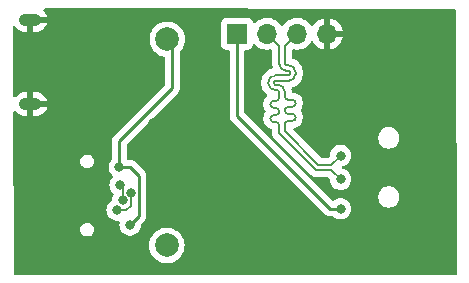
<source format=gbr>
%TF.GenerationSoftware,KiCad,Pcbnew,7.0.1*%
%TF.CreationDate,2024-02-20T00:17:48-05:00*%
%TF.ProjectId,usb test board,75736220-7465-4737-9420-626f6172642e,rev?*%
%TF.SameCoordinates,Original*%
%TF.FileFunction,Copper,L2,Bot*%
%TF.FilePolarity,Positive*%
%FSLAX46Y46*%
G04 Gerber Fmt 4.6, Leading zero omitted, Abs format (unit mm)*
G04 Created by KiCad (PCBNEW 7.0.1) date 2024-02-20 00:17:48*
%MOMM*%
%LPD*%
G01*
G04 APERTURE LIST*
%TA.AperFunction,ComponentPad*%
%ADD10C,2.000000*%
%TD*%
%TA.AperFunction,ComponentPad*%
%ADD11R,1.700000X1.700000*%
%TD*%
%TA.AperFunction,ComponentPad*%
%ADD12O,1.700000X1.700000*%
%TD*%
%TA.AperFunction,ComponentPad*%
%ADD13O,1.900000X1.050000*%
%TD*%
%TA.AperFunction,ViaPad*%
%ADD14C,0.800000*%
%TD*%
%TA.AperFunction,Conductor*%
%ADD15C,0.200000*%
%TD*%
%TA.AperFunction,Conductor*%
%ADD16C,0.250000*%
%TD*%
G04 APERTURE END LIST*
D10*
%TO.P,J3,1,Pin_1*%
%TO.N,/VCC_5V*%
X99400000Y-92020000D03*
%TD*%
%TO.P,J4,1,Pin_1*%
%TO.N,/5V*%
X99350000Y-109480000D03*
%TD*%
D11*
%TO.P,J1,1,Pin_1*%
%TO.N,/5V*%
X105299000Y-91551000D03*
D12*
%TO.P,J1,2,Pin_2*%
%TO.N,/DN*%
X107839000Y-91551000D03*
%TO.P,J1,3,Pin_3*%
%TO.N,/DP*%
X110379000Y-91551000D03*
%TO.P,J1,4,Pin_4*%
%TO.N,GND*%
X112919000Y-91551000D03*
%TD*%
D13*
%TO.P,J6,6,Shield*%
%TO.N,GND*%
X87802000Y-90366000D03*
X87802000Y-97516000D03*
%TD*%
D14*
%TO.N,/DN*%
X114065000Y-103873000D03*
X95400000Y-104350999D03*
X95615942Y-105657977D03*
%TO.N,/DP*%
X95141976Y-106480723D03*
X96300500Y-105000001D03*
%TO.N,GND*%
X104165000Y-99196000D03*
X122972000Y-92261000D03*
X105321000Y-105071000D03*
X123044000Y-94091000D03*
X121671000Y-111260000D03*
X117024000Y-90166000D03*
X122948000Y-97992000D03*
X87189000Y-100039000D03*
X93956000Y-97221000D03*
X121984000Y-90214000D03*
X109800000Y-105071000D03*
X98218000Y-99123000D03*
X87285000Y-101748000D03*
X122972000Y-104758000D03*
X102359000Y-99172000D03*
X122996000Y-102687000D03*
X96250000Y-109425000D03*
X93739000Y-90190000D03*
X123020000Y-100327000D03*
X119769000Y-90190000D03*
X102359000Y-96378000D03*
X95737000Y-90262000D03*
X87261000Y-103530000D03*
X122948000Y-110489000D03*
X93932000Y-95825000D03*
X87189000Y-108394000D03*
X96243000Y-111139000D03*
X110113000Y-111236000D03*
X87021000Y-111091000D03*
X100385000Y-99148000D03*
X123020000Y-95752000D03*
X122924000Y-108033000D03*
X114065000Y-99373000D03*
X112040000Y-111212000D03*
X100650000Y-105023000D03*
X87165000Y-106058000D03*
%TO.N,/5V*%
X114065000Y-106373000D03*
%TO.N,/VCC_5V*%
X95332000Y-102833000D03*
X96250000Y-107750000D03*
%TO.N,/DP*%
X114065000Y-101873000D03*
%TD*%
D15*
%TO.N,/DN*%
X113290001Y-103098001D02*
X114065000Y-103873000D01*
X111999801Y-103098001D02*
X113290001Y-103098001D01*
X108883999Y-99982199D02*
X111999801Y-103098001D01*
X108883999Y-99340000D02*
X108883999Y-99982199D01*
X108883999Y-96449934D02*
X108883999Y-96940000D01*
X107959139Y-95649932D02*
X107959139Y-95750076D01*
X109458929Y-95075002D02*
X108534069Y-95075002D01*
X109683931Y-95075002D02*
X109458929Y-95075002D01*
X109808859Y-94799858D02*
X109808859Y-94950074D01*
X109458929Y-94674930D02*
X109683931Y-94674930D01*
X108883999Y-92595999D02*
X108883999Y-94100000D01*
X107839000Y-91551000D02*
X108883999Y-92595999D01*
X108426457Y-97840000D02*
X108583999Y-97840000D01*
X108884000Y-99340000D02*
G75*
G03*
X108583999Y-99040000I-300000J0D01*
G01*
X108126500Y-98740000D02*
G75*
G03*
X108426457Y-99040000I300000J0D01*
G01*
X108583999Y-98440000D02*
X108426457Y-98440000D01*
X108426457Y-98439957D02*
G75*
G03*
X108126457Y-98740000I43J-300043D01*
G01*
X108583999Y-98439999D02*
G75*
G03*
X108883999Y-98140000I1J299999D01*
G01*
X108884000Y-98140000D02*
G75*
G03*
X108583999Y-97840000I-300000J0D01*
G01*
X108126500Y-97540000D02*
G75*
G03*
X108426457Y-97840000I300000J0D01*
G01*
X108426457Y-99040000D02*
X108583999Y-99040000D01*
X108883994Y-96449934D02*
G75*
G03*
X108759071Y-96325006I-124894J34D01*
G01*
X108534069Y-95074939D02*
G75*
G03*
X107959139Y-95649932I31J-574961D01*
G01*
X108583999Y-97240000D02*
X108426457Y-97240000D01*
X109683931Y-95075059D02*
G75*
G03*
X109808859Y-94950074I-31J124959D01*
G01*
X108534069Y-96325006D02*
X108759071Y-96325006D01*
X108583999Y-97239999D02*
G75*
G03*
X108883999Y-96940000I1J299999D01*
G01*
X109808870Y-94799858D02*
G75*
G03*
X109683931Y-94674930I-124970J-42D01*
G01*
X107959194Y-95750076D02*
G75*
G03*
X108534069Y-96325006I574906J-24D01*
G01*
X108426457Y-97239957D02*
G75*
G03*
X108126457Y-97540000I43J-300043D01*
G01*
X108883970Y-94100000D02*
G75*
G03*
X109458929Y-94674930I574930J0D01*
G01*
%TO.N,/DP*%
X113290001Y-102647999D02*
X114065000Y-101873000D01*
X109334001Y-99795801D02*
X112186199Y-102647999D01*
X109334001Y-99240000D02*
X109334001Y-99795801D01*
X109977946Y-98940000D02*
X109634001Y-98940000D01*
X109634001Y-98340000D02*
X109977946Y-98340000D01*
X109977921Y-97740000D02*
X109634001Y-97740000D01*
X109634001Y-97140000D02*
X109977921Y-97140000D01*
X109334001Y-96500006D02*
X109334001Y-96840000D01*
X109334001Y-96449934D02*
X109334001Y-96500006D01*
X108534069Y-95875004D02*
X108759071Y-95875004D01*
X108409141Y-95649932D02*
X108409141Y-95750076D01*
X109458929Y-95525004D02*
X108534069Y-95525004D01*
X109683931Y-95525004D02*
X109458929Y-95525004D01*
X110258861Y-94799858D02*
X110258861Y-94950074D01*
X110379000Y-91551000D02*
X109334001Y-92595999D01*
X109977946Y-98940046D02*
G75*
G03*
X110277946Y-98640000I-46J300046D01*
G01*
X110277900Y-98640000D02*
G75*
G03*
X109977946Y-98340000I-300000J0D01*
G01*
X109334000Y-98040000D02*
G75*
G03*
X109634001Y-98340000I300000J0D01*
G01*
X112186199Y-102647999D02*
X113290001Y-102647999D01*
X109634001Y-97740001D02*
G75*
G03*
X109334001Y-98040000I-1J-299999D01*
G01*
X109458929Y-94224928D02*
X109683931Y-94224928D01*
X110277900Y-97440000D02*
G75*
G03*
X109977921Y-97140000I-300000J0D01*
G01*
X108409196Y-95750076D02*
G75*
G03*
X108534069Y-95875004I124904J-24D01*
G01*
X109334001Y-92595999D02*
X109334001Y-94100000D01*
X109334000Y-96840000D02*
G75*
G03*
X109634001Y-97140000I300000J0D01*
G01*
X109977921Y-97740021D02*
G75*
G03*
X110277921Y-97440000I-21J300021D01*
G01*
X108534069Y-95524941D02*
G75*
G03*
X108409141Y-95649932I31J-124959D01*
G01*
X109333996Y-96449934D02*
G75*
G03*
X108759071Y-95875004I-574896J34D01*
G01*
X109634001Y-98940001D02*
G75*
G03*
X109334001Y-99240000I-1J-299999D01*
G01*
X110258872Y-94799858D02*
G75*
G03*
X109683931Y-94224928I-574972J-42D01*
G01*
X109333972Y-94100000D02*
G75*
G03*
X109458929Y-94224928I124928J0D01*
G01*
X109683931Y-95525061D02*
G75*
G03*
X110258861Y-94950074I-31J574961D01*
G01*
%TO.N,/DN*%
X95400000Y-104350999D02*
X95615942Y-104566941D01*
X95615942Y-104566941D02*
X95615942Y-105657977D01*
%TO.N,/DP*%
X96300500Y-106124500D02*
X96300500Y-105000001D01*
X95944277Y-106480723D02*
X96300500Y-106124500D01*
X95141976Y-106480723D02*
X95944277Y-106480723D01*
D16*
%TO.N,/5V*%
X113183000Y-106373000D02*
X114065000Y-106373000D01*
X105299000Y-91551000D02*
X105299000Y-98489000D01*
X105299000Y-98489000D02*
X113183000Y-106373000D01*
%TO.N,/VCC_5V*%
X96208000Y-102833000D02*
X95332000Y-102833000D01*
X96975000Y-103600000D02*
X96208000Y-102833000D01*
X96975000Y-107025000D02*
X96975000Y-103600000D01*
X96250000Y-107750000D02*
X96975000Y-107025000D01*
%TO.N,GND*%
X112919000Y-91551000D02*
X112919000Y-98227000D01*
X112919000Y-98227000D02*
X114065000Y-99373000D01*
%TO.N,/VCC_5V*%
X98900000Y-91525000D02*
X99833000Y-92458000D01*
X99833000Y-92458000D02*
X99833000Y-96150000D01*
X95332000Y-100651000D02*
X95332000Y-102833000D01*
X99833000Y-96150000D02*
X95332000Y-100651000D01*
%TD*%
%TA.AperFunction,Conductor*%
%TO.N,GND*%
G36*
X123681611Y-89425950D02*
G01*
X123743426Y-89442486D01*
X123788767Y-89487641D01*
X123805558Y-89549389D01*
X123906429Y-111836939D01*
X123890004Y-111899176D01*
X123844592Y-111944793D01*
X123782430Y-111961500D01*
X86527228Y-111961500D01*
X86465394Y-111944983D01*
X86420033Y-111899832D01*
X86403229Y-111838076D01*
X86399243Y-110980500D01*
X86392269Y-109480000D01*
X97844356Y-109480000D01*
X97864891Y-109727816D01*
X97864891Y-109727819D01*
X97864892Y-109727821D01*
X97925937Y-109968881D01*
X97970960Y-110071523D01*
X98025825Y-110196604D01*
X98025827Y-110196607D01*
X98161836Y-110404785D01*
X98330256Y-110587738D01*
X98330259Y-110587740D01*
X98526485Y-110740470D01*
X98526487Y-110740471D01*
X98526491Y-110740474D01*
X98745190Y-110858828D01*
X98980386Y-110939571D01*
X99225665Y-110980500D01*
X99474335Y-110980500D01*
X99719614Y-110939571D01*
X99954810Y-110858828D01*
X100173509Y-110740474D01*
X100369744Y-110587738D01*
X100538164Y-110404785D01*
X100674173Y-110196607D01*
X100774063Y-109968881D01*
X100835108Y-109727821D01*
X100855643Y-109480000D01*
X100835108Y-109232179D01*
X100774063Y-108991119D01*
X100674173Y-108763393D01*
X100538164Y-108555215D01*
X100369744Y-108372262D01*
X100266927Y-108292236D01*
X100173514Y-108219529D01*
X100173510Y-108219526D01*
X100173509Y-108219526D01*
X99954810Y-108101172D01*
X99954806Y-108101170D01*
X99954805Y-108101170D01*
X99719615Y-108020429D01*
X99474335Y-107979500D01*
X99225665Y-107979500D01*
X98980384Y-108020429D01*
X98745194Y-108101170D01*
X98745190Y-108101171D01*
X98745190Y-108101172D01*
X98657710Y-108148513D01*
X98526485Y-108219529D01*
X98330259Y-108372259D01*
X98330256Y-108372261D01*
X98330256Y-108372262D01*
X98161837Y-108555214D01*
X98025825Y-108763395D01*
X97925938Y-108991117D01*
X97864891Y-109232183D01*
X97844356Y-109480000D01*
X86392269Y-109480000D01*
X86386051Y-108141999D01*
X92028033Y-108141999D01*
X92047812Y-108292235D01*
X92105801Y-108432231D01*
X92105802Y-108432233D01*
X92198049Y-108552451D01*
X92318267Y-108644698D01*
X92458263Y-108702686D01*
X92458264Y-108702687D01*
X92570779Y-108717500D01*
X92570780Y-108717500D01*
X92646220Y-108717500D01*
X92646221Y-108717500D01*
X92702477Y-108710093D01*
X92758736Y-108702687D01*
X92898733Y-108644698D01*
X93018951Y-108552451D01*
X93111198Y-108432233D01*
X93169187Y-108292236D01*
X93188966Y-108142000D01*
X93169187Y-107991764D01*
X93111198Y-107851767D01*
X93018951Y-107731549D01*
X92898733Y-107639302D01*
X92898731Y-107639301D01*
X92758735Y-107581312D01*
X92646221Y-107566500D01*
X92646220Y-107566500D01*
X92570780Y-107566500D01*
X92570779Y-107566500D01*
X92458264Y-107581312D01*
X92318268Y-107639301D01*
X92198049Y-107731549D01*
X92105801Y-107851768D01*
X92047812Y-107991764D01*
X92028033Y-108141999D01*
X86386051Y-108141999D01*
X86378330Y-106480722D01*
X94236516Y-106480722D01*
X94256302Y-106668980D01*
X94314796Y-106849007D01*
X94409442Y-107012939D01*
X94536105Y-107153612D01*
X94689245Y-107264874D01*
X94862173Y-107341867D01*
X95047328Y-107381223D01*
X95249655Y-107381223D01*
X95249655Y-107384531D01*
X95290793Y-107386675D01*
X95344641Y-107421627D01*
X95373794Y-107478822D01*
X95370438Y-107542930D01*
X95364327Y-107561739D01*
X95364326Y-107561741D01*
X95364326Y-107561744D01*
X95346650Y-107729927D01*
X95344540Y-107750000D01*
X95364326Y-107938257D01*
X95422820Y-108118284D01*
X95517466Y-108282216D01*
X95644129Y-108422889D01*
X95797269Y-108534151D01*
X95970197Y-108611144D01*
X96155352Y-108650500D01*
X96155354Y-108650500D01*
X96344646Y-108650500D01*
X96344648Y-108650500D01*
X96468084Y-108624262D01*
X96529803Y-108611144D01*
X96702730Y-108534151D01*
X96843009Y-108432233D01*
X96855870Y-108422889D01*
X96982533Y-108282216D01*
X97077179Y-108118284D01*
X97118288Y-107991764D01*
X97135674Y-107938256D01*
X97153322Y-107770341D01*
X97164720Y-107729927D01*
X97188957Y-107695632D01*
X97358789Y-107525800D01*
X97374885Y-107512906D01*
X97376873Y-107510787D01*
X97376877Y-107510786D01*
X97422948Y-107461723D01*
X97425566Y-107459023D01*
X97445120Y-107439471D01*
X97447581Y-107436298D01*
X97455156Y-107427427D01*
X97485062Y-107395582D01*
X97494712Y-107378027D01*
X97505400Y-107361757D01*
X97517671Y-107345938D01*
X97517673Y-107345936D01*
X97535026Y-107305832D01*
X97540157Y-107295362D01*
X97552176Y-107273500D01*
X97561197Y-107257092D01*
X97566175Y-107237699D01*
X97572481Y-107219282D01*
X97574018Y-107215728D01*
X97580438Y-107200896D01*
X97587272Y-107157745D01*
X97589635Y-107146331D01*
X97600500Y-107104019D01*
X97600500Y-107083984D01*
X97602027Y-107064585D01*
X97605160Y-107044804D01*
X97601050Y-107001325D01*
X97600500Y-106989656D01*
X97600500Y-103682744D01*
X97602764Y-103662237D01*
X97600561Y-103592127D01*
X97600500Y-103588232D01*
X97600500Y-103560653D01*
X97599997Y-103556672D01*
X97599080Y-103545019D01*
X97597709Y-103501373D01*
X97592120Y-103482140D01*
X97588174Y-103463082D01*
X97585664Y-103443206D01*
X97569588Y-103402604D01*
X97565804Y-103391553D01*
X97558152Y-103365216D01*
X97553618Y-103349610D01*
X97543414Y-103332355D01*
X97534861Y-103314895D01*
X97527486Y-103296269D01*
X97527486Y-103296268D01*
X97501808Y-103260925D01*
X97495401Y-103251171D01*
X97473169Y-103213579D01*
X97459006Y-103199416D01*
X97446367Y-103184617D01*
X97434595Y-103168413D01*
X97400941Y-103140573D01*
X97392299Y-103132709D01*
X96708802Y-102449211D01*
X96695906Y-102433113D01*
X96644775Y-102385098D01*
X96641978Y-102382387D01*
X96622470Y-102362879D01*
X96619290Y-102360412D01*
X96610424Y-102352839D01*
X96578582Y-102322938D01*
X96561024Y-102313285D01*
X96544764Y-102302604D01*
X96528936Y-102290327D01*
X96488851Y-102272980D01*
X96478361Y-102267841D01*
X96440091Y-102246802D01*
X96420691Y-102241821D01*
X96402284Y-102235519D01*
X96383897Y-102227562D01*
X96340758Y-102220729D01*
X96329324Y-102218361D01*
X96287019Y-102207500D01*
X96266984Y-102207500D01*
X96247586Y-102205973D01*
X96240162Y-102204797D01*
X96227805Y-102202840D01*
X96227804Y-102202840D01*
X96194751Y-102205964D01*
X96184325Y-102206950D01*
X96172656Y-102207500D01*
X96081500Y-102207500D01*
X96019500Y-102190887D01*
X95974113Y-102145500D01*
X95957500Y-102083500D01*
X95957500Y-100961452D01*
X95966939Y-100913999D01*
X95993819Y-100873771D01*
X98102558Y-98765032D01*
X100216789Y-96650800D01*
X100232885Y-96637906D01*
X100234873Y-96635787D01*
X100234877Y-96635786D01*
X100280948Y-96586723D01*
X100283566Y-96584023D01*
X100303120Y-96564471D01*
X100305581Y-96561298D01*
X100313156Y-96552427D01*
X100343062Y-96520582D01*
X100352717Y-96503018D01*
X100363394Y-96486764D01*
X100375673Y-96470936D01*
X100393018Y-96430852D01*
X100398160Y-96420356D01*
X100400827Y-96415505D01*
X100419197Y-96382092D01*
X100424179Y-96362684D01*
X100430481Y-96344280D01*
X100438437Y-96325896D01*
X100445269Y-96282752D01*
X100447633Y-96271338D01*
X100458500Y-96229019D01*
X100458500Y-96208984D01*
X100460027Y-96189585D01*
X100460068Y-96189321D01*
X100463160Y-96169804D01*
X100459050Y-96126325D01*
X100458500Y-96114656D01*
X100458500Y-93134023D01*
X100466983Y-93088948D01*
X100491270Y-93050040D01*
X100588164Y-92944785D01*
X100724173Y-92736607D01*
X100824063Y-92508881D01*
X100839260Y-92448869D01*
X103948500Y-92448869D01*
X103954909Y-92508484D01*
X103980056Y-92575906D01*
X104005204Y-92643331D01*
X104091454Y-92758546D01*
X104206669Y-92844796D01*
X104341517Y-92895091D01*
X104401127Y-92901500D01*
X104549500Y-92901500D01*
X104611500Y-92918113D01*
X104656887Y-92963500D01*
X104673500Y-93025500D01*
X104673500Y-98406256D01*
X104671235Y-98426762D01*
X104673439Y-98496873D01*
X104673500Y-98500768D01*
X104673500Y-98528349D01*
X104674003Y-98532334D01*
X104674918Y-98543967D01*
X104676290Y-98587626D01*
X104681879Y-98606860D01*
X104685825Y-98625916D01*
X104688335Y-98645792D01*
X104704414Y-98686404D01*
X104708197Y-98697451D01*
X104720382Y-98739391D01*
X104730580Y-98756635D01*
X104739136Y-98774100D01*
X104746514Y-98792732D01*
X104746515Y-98792733D01*
X104772180Y-98828059D01*
X104778593Y-98837822D01*
X104800826Y-98875416D01*
X104800829Y-98875419D01*
X104800830Y-98875420D01*
X104814995Y-98889585D01*
X104827627Y-98904375D01*
X104839406Y-98920587D01*
X104873058Y-98948426D01*
X104881699Y-98956289D01*
X112682197Y-106756787D01*
X112695098Y-106772889D01*
X112697212Y-106774874D01*
X112697214Y-106774877D01*
X112744561Y-106819339D01*
X112746240Y-106820916D01*
X112749036Y-106823626D01*
X112768530Y-106843120D01*
X112771704Y-106845582D01*
X112780568Y-106853153D01*
X112812418Y-106883062D01*
X112822914Y-106888832D01*
X112829974Y-106892714D01*
X112846231Y-106903392D01*
X112862064Y-106915674D01*
X112878185Y-106922649D01*
X112902156Y-106933023D01*
X112912643Y-106938160D01*
X112950908Y-106959197D01*
X112970316Y-106964180D01*
X112988710Y-106970478D01*
X113007105Y-106978438D01*
X113050254Y-106985271D01*
X113061680Y-106987638D01*
X113069539Y-106989656D01*
X113103980Y-106998500D01*
X113103981Y-106998500D01*
X113124016Y-106998500D01*
X113143413Y-107000026D01*
X113163196Y-107003160D01*
X113206674Y-106999050D01*
X113218344Y-106998500D01*
X113361253Y-106998500D01*
X113411688Y-107009220D01*
X113453401Y-107039526D01*
X113459129Y-107045888D01*
X113612270Y-107157151D01*
X113612271Y-107157151D01*
X113612272Y-107157152D01*
X113785197Y-107234144D01*
X113970352Y-107273500D01*
X113970354Y-107273500D01*
X114159646Y-107273500D01*
X114159648Y-107273500D01*
X114328068Y-107237701D01*
X114344803Y-107234144D01*
X114517730Y-107157151D01*
X114670871Y-107045888D01*
X114797533Y-106905216D01*
X114892179Y-106741284D01*
X114950674Y-106561256D01*
X114970460Y-106373000D01*
X114950674Y-106184744D01*
X114892179Y-106004716D01*
X114892179Y-106004715D01*
X114797533Y-105840783D01*
X114670870Y-105700110D01*
X114517730Y-105588848D01*
X114344802Y-105511855D01*
X114159648Y-105472500D01*
X114159646Y-105472500D01*
X113970354Y-105472500D01*
X113970352Y-105472500D01*
X113785197Y-105511855D01*
X113612269Y-105588848D01*
X113507492Y-105664973D01*
X113454005Y-105687128D01*
X113396289Y-105682586D01*
X113346926Y-105652336D01*
X113162238Y-105467648D01*
X117244500Y-105467648D01*
X117283855Y-105652802D01*
X117360848Y-105825730D01*
X117472110Y-105978870D01*
X117612783Y-106105533D01*
X117776715Y-106200179D01*
X117863363Y-106228332D01*
X117956744Y-106258674D01*
X118097808Y-106273500D01*
X118192189Y-106273500D01*
X118192192Y-106273500D01*
X118333256Y-106258674D01*
X118513284Y-106200179D01*
X118677216Y-106105533D01*
X118817888Y-105978871D01*
X118839950Y-105948506D01*
X118929151Y-105825730D01*
X118937118Y-105807835D01*
X119006144Y-105652803D01*
X119036103Y-105511855D01*
X119045500Y-105467648D01*
X119045500Y-105278352D01*
X119006144Y-105093197D01*
X118929151Y-104920269D01*
X118817889Y-104767129D01*
X118677216Y-104640466D01*
X118513284Y-104545820D01*
X118333257Y-104487326D01*
X118297990Y-104483619D01*
X118192192Y-104472500D01*
X118097808Y-104472500D01*
X118013169Y-104481395D01*
X117956742Y-104487326D01*
X117776715Y-104545820D01*
X117612783Y-104640466D01*
X117472110Y-104767129D01*
X117360848Y-104920269D01*
X117283855Y-105093197D01*
X117244500Y-105278352D01*
X117244500Y-105467648D01*
X113162238Y-105467648D01*
X111402242Y-103707652D01*
X111397744Y-103700054D01*
X111390149Y-103695558D01*
X109705769Y-102011179D01*
X108286441Y-100591850D01*
X108281942Y-100584251D01*
X108274345Y-100579754D01*
X105960819Y-98266228D01*
X105933939Y-98226000D01*
X105924500Y-98178547D01*
X105924500Y-93025499D01*
X105941113Y-92963499D01*
X105986500Y-92918112D01*
X106048500Y-92901499D01*
X106196870Y-92901499D01*
X106196872Y-92901499D01*
X106256483Y-92895091D01*
X106391331Y-92844796D01*
X106506546Y-92758546D01*
X106592796Y-92643331D01*
X106641810Y-92511916D01*
X106676789Y-92461537D01*
X106731634Y-92434084D01*
X106792927Y-92436273D01*
X106845673Y-92467569D01*
X106967599Y-92589495D01*
X107161170Y-92725035D01*
X107375337Y-92824903D01*
X107603592Y-92886063D01*
X107839000Y-92906659D01*
X108074408Y-92886063D01*
X108090934Y-92881635D01*
X108127406Y-92871863D01*
X108183691Y-92870021D01*
X108234986Y-92893262D01*
X108270711Y-92936794D01*
X108283499Y-92991638D01*
X108283499Y-94048609D01*
X108283470Y-94048755D01*
X108283470Y-94192513D01*
X108312524Y-94375951D01*
X108307983Y-94433665D01*
X108277736Y-94483027D01*
X108228376Y-94513278D01*
X108082820Y-94560581D01*
X107917967Y-94644589D01*
X107768287Y-94753351D01*
X107637467Y-94884186D01*
X107528721Y-95033878D01*
X107444730Y-95198742D01*
X107387566Y-95374709D01*
X107358633Y-95557452D01*
X107358639Y-95647629D01*
X107358639Y-95797133D01*
X107358691Y-95797940D01*
X107358690Y-95839547D01*
X107358690Y-95842557D01*
X107387624Y-96025292D01*
X107444788Y-96201251D01*
X107528774Y-96366101D01*
X107637514Y-96515784D01*
X107768331Y-96646613D01*
X107786232Y-96659620D01*
X107811886Y-96678261D01*
X107847186Y-96717988D01*
X107862613Y-96768844D01*
X107855333Y-96821488D01*
X107826683Y-96866249D01*
X107726967Y-96965979D01*
X107628429Y-97113468D01*
X107560558Y-97277344D01*
X107525957Y-97451313D01*
X107525957Y-97627743D01*
X107525999Y-97628090D01*
X107525999Y-97628682D01*
X107560598Y-97802641D01*
X107560599Y-97802643D01*
X107628468Y-97966511D01*
X107628469Y-97966512D01*
X107698328Y-98071076D01*
X107716840Y-98115772D01*
X107716840Y-98164150D01*
X107698328Y-98208846D01*
X107628430Y-98313468D01*
X107560558Y-98477344D01*
X107525957Y-98651313D01*
X107525957Y-98827743D01*
X107525999Y-98828090D01*
X107525999Y-98828682D01*
X107560598Y-99002641D01*
X107628468Y-99166512D01*
X107727000Y-99313992D01*
X107852406Y-99439417D01*
X107999874Y-99537971D01*
X108163735Y-99605865D01*
X108183705Y-99609840D01*
X108234993Y-99633084D01*
X108270713Y-99676615D01*
X108283499Y-99731454D01*
X108283499Y-99934712D01*
X108282438Y-99950898D01*
X108278316Y-99982199D01*
X108283499Y-100021559D01*
X108283499Y-100021560D01*
X108298955Y-100138961D01*
X108359462Y-100285039D01*
X108381859Y-100314228D01*
X108455717Y-100410481D01*
X108480771Y-100429705D01*
X108492963Y-100440398D01*
X111541603Y-103489039D01*
X111552297Y-103501233D01*
X111571518Y-103526282D01*
X111571519Y-103526283D01*
X111603013Y-103550449D01*
X111603015Y-103550451D01*
X111696960Y-103622537D01*
X111843039Y-103683045D01*
X111968499Y-103699562D01*
X111999800Y-103703683D01*
X111999800Y-103703682D01*
X111999801Y-103703683D01*
X112031103Y-103699561D01*
X112047288Y-103698501D01*
X112989904Y-103698501D01*
X113037357Y-103707940D01*
X113077585Y-103734820D01*
X113123065Y-103780300D01*
X113152269Y-103826583D01*
X113156255Y-103860241D01*
X113158178Y-103860039D01*
X113179326Y-104061257D01*
X113237820Y-104241284D01*
X113332466Y-104405216D01*
X113459129Y-104545889D01*
X113612269Y-104657151D01*
X113785197Y-104734144D01*
X113970352Y-104773500D01*
X113970354Y-104773500D01*
X114159646Y-104773500D01*
X114159648Y-104773500D01*
X114283084Y-104747262D01*
X114344803Y-104734144D01*
X114517730Y-104657151D01*
X114670871Y-104545888D01*
X114797533Y-104405216D01*
X114892179Y-104241284D01*
X114950674Y-104061256D01*
X114970460Y-103873000D01*
X114950674Y-103684744D01*
X114899187Y-103526283D01*
X114892179Y-103504715D01*
X114797533Y-103340783D01*
X114670870Y-103200110D01*
X114517730Y-103088848D01*
X114344803Y-103011855D01*
X114262162Y-102994289D01*
X114203059Y-102963390D01*
X114168512Y-102906344D01*
X114168512Y-102839652D01*
X114203061Y-102782606D01*
X114262161Y-102751709D01*
X114344803Y-102734144D01*
X114344804Y-102734143D01*
X114344806Y-102734143D01*
X114517730Y-102657151D01*
X114670870Y-102545889D01*
X114797533Y-102405216D01*
X114892179Y-102241284D01*
X114947258Y-102071768D01*
X114950674Y-102061256D01*
X114970460Y-101873000D01*
X114950674Y-101684744D01*
X114892179Y-101504716D01*
X114892179Y-101504715D01*
X114797533Y-101340783D01*
X114670870Y-101200110D01*
X114517730Y-101088848D01*
X114344802Y-101011855D01*
X114159648Y-100972500D01*
X114159646Y-100972500D01*
X113970354Y-100972500D01*
X113970352Y-100972500D01*
X113785197Y-101011855D01*
X113612269Y-101088848D01*
X113459129Y-101200110D01*
X113332466Y-101340783D01*
X113237820Y-101504715D01*
X113179326Y-101684742D01*
X113158178Y-101885961D01*
X113156255Y-101885758D01*
X113152271Y-101919412D01*
X113123066Y-101965697D01*
X113077585Y-102011179D01*
X113037356Y-102038060D01*
X112989903Y-102047499D01*
X112486296Y-102047499D01*
X112438843Y-102038060D01*
X112398615Y-102011180D01*
X110855083Y-100467648D01*
X117244500Y-100467648D01*
X117283855Y-100652802D01*
X117360848Y-100825730D01*
X117472110Y-100978870D01*
X117612783Y-101105533D01*
X117776715Y-101200179D01*
X117863363Y-101228332D01*
X117956744Y-101258674D01*
X118097808Y-101273500D01*
X118192189Y-101273500D01*
X118192192Y-101273500D01*
X118333256Y-101258674D01*
X118513284Y-101200179D01*
X118677216Y-101105533D01*
X118817888Y-100978871D01*
X118929151Y-100825730D01*
X119006144Y-100652803D01*
X119043915Y-100475104D01*
X119045500Y-100467648D01*
X119045500Y-100278352D01*
X119006144Y-100093197D01*
X118929151Y-99920269D01*
X118817889Y-99767129D01*
X118677216Y-99640466D01*
X118513284Y-99545820D01*
X118333257Y-99487326D01*
X118297989Y-99483619D01*
X118192192Y-99472500D01*
X118097808Y-99472500D01*
X118013169Y-99481395D01*
X117956742Y-99487326D01*
X117776715Y-99545820D01*
X117612783Y-99640466D01*
X117472110Y-99767129D01*
X117360848Y-99920269D01*
X117283855Y-100093197D01*
X117244500Y-100278352D01*
X117244500Y-100467648D01*
X110855083Y-100467648D01*
X110115015Y-99727580D01*
X110082413Y-99670032D01*
X110084033Y-99603911D01*
X110119414Y-99548029D01*
X110178487Y-99518286D01*
X110240687Y-99505905D01*
X110404552Y-99438008D01*
X110552025Y-99339450D01*
X110677438Y-99214017D01*
X110775974Y-99066530D01*
X110843846Y-98902655D01*
X110878446Y-98728687D01*
X110878446Y-98640000D01*
X110878446Y-98567086D01*
X110878446Y-98551997D01*
X110878401Y-98551631D01*
X110878401Y-98551316D01*
X110843802Y-98377360D01*
X110841739Y-98372379D01*
X110775933Y-98213492D01*
X110706057Y-98108902D01*
X110687545Y-98064204D01*
X110687546Y-98015825D01*
X110706056Y-97971133D01*
X110775940Y-97866539D01*
X110843818Y-97702661D01*
X110878421Y-97528690D01*
X110878421Y-97440000D01*
X110878421Y-97367086D01*
X110878421Y-97352083D01*
X110878400Y-97351910D01*
X110878400Y-97351314D01*
X110878400Y-97351312D01*
X110843798Y-97177345D01*
X110775922Y-97013471D01*
X110677381Y-96865986D01*
X110551963Y-96740559D01*
X110551959Y-96740556D01*
X110404488Y-96642009D01*
X110240613Y-96574120D01*
X110066649Y-96539505D01*
X110058489Y-96539505D01*
X109996494Y-96522888D01*
X109951112Y-96477501D01*
X109936102Y-96421482D01*
X109936018Y-96421496D01*
X109936015Y-96421477D01*
X109935979Y-96421022D01*
X109934501Y-96415505D01*
X109934501Y-96402167D01*
X109934498Y-96402129D01*
X109934500Y-96382092D01*
X109934501Y-96357457D01*
X109932413Y-96344272D01*
X109912990Y-96221598D01*
X109917534Y-96163886D01*
X109947782Y-96114526D01*
X109997138Y-96084278D01*
X110135177Y-96039419D01*
X110300027Y-95955413D01*
X110449706Y-95846653D01*
X110580529Y-95715818D01*
X110689274Y-95566127D01*
X110773264Y-95401269D01*
X110830430Y-95225301D01*
X110859365Y-95042557D01*
X110859361Y-94950047D01*
X110859361Y-94949949D01*
X110859361Y-94888013D01*
X110859366Y-94887964D01*
X110859365Y-94872731D01*
X110859366Y-94872728D01*
X110859364Y-94851188D01*
X110859374Y-94851138D01*
X110859371Y-94799814D01*
X110859372Y-94799814D01*
X110859366Y-94707310D01*
X110830413Y-94524581D01*
X110773234Y-94348630D01*
X110689236Y-94183790D01*
X110591124Y-94048755D01*
X110580486Y-94034114D01*
X110449668Y-93903300D01*
X110449666Y-93903298D01*
X110299991Y-93794552D01*
X110299992Y-93794552D01*
X110299990Y-93794551D01*
X110135147Y-93710556D01*
X110083967Y-93693925D01*
X110020178Y-93673197D01*
X109975527Y-93647416D01*
X109945221Y-93605702D01*
X109934501Y-93555268D01*
X109934501Y-92991638D01*
X109947289Y-92936794D01*
X109983014Y-92893262D01*
X110034309Y-92870021D01*
X110090594Y-92871863D01*
X110143591Y-92886062D01*
X110143592Y-92886063D01*
X110379000Y-92906659D01*
X110614408Y-92886063D01*
X110842663Y-92824903D01*
X111056830Y-92725035D01*
X111250401Y-92589495D01*
X111417495Y-92422401D01*
X111547732Y-92236402D01*
X111592048Y-92197539D01*
X111649305Y-92183528D01*
X111706562Y-92197539D01*
X111750880Y-92236404D01*
X111880893Y-92422081D01*
X112047918Y-92589106D01*
X112241423Y-92724600D01*
X112455507Y-92824430D01*
X112668999Y-92881635D01*
X112669000Y-92881636D01*
X112669000Y-91801000D01*
X113169000Y-91801000D01*
X113169000Y-92881635D01*
X113382492Y-92824430D01*
X113596576Y-92724600D01*
X113790081Y-92589106D01*
X113957106Y-92422081D01*
X114092600Y-92228576D01*
X114192430Y-92014492D01*
X114249636Y-91801000D01*
X113169000Y-91801000D01*
X112669000Y-91801000D01*
X112669000Y-90220364D01*
X113169000Y-90220364D01*
X113169000Y-91301000D01*
X114249636Y-91301000D01*
X114249635Y-91300999D01*
X114192430Y-91087507D01*
X114092599Y-90873421D01*
X113957109Y-90679921D01*
X113790081Y-90512893D01*
X113596576Y-90377399D01*
X113382492Y-90277569D01*
X113169000Y-90220364D01*
X112669000Y-90220364D01*
X112668999Y-90220364D01*
X112455507Y-90277569D01*
X112241421Y-90377400D01*
X112047921Y-90512890D01*
X111880893Y-90679918D01*
X111750880Y-90865596D01*
X111706562Y-90904461D01*
X111649305Y-90918472D01*
X111592048Y-90904461D01*
X111547730Y-90865595D01*
X111417494Y-90679598D01*
X111250404Y-90512508D01*
X111250401Y-90512505D01*
X111056830Y-90376965D01*
X110842663Y-90277097D01*
X110781502Y-90260709D01*
X110614407Y-90215936D01*
X110379000Y-90195340D01*
X110143592Y-90215936D01*
X109915336Y-90277097D01*
X109701170Y-90376965D01*
X109507598Y-90512505D01*
X109340505Y-90679598D01*
X109210575Y-90865159D01*
X109166257Y-90904025D01*
X109109000Y-90918036D01*
X109051743Y-90904025D01*
X109007425Y-90865159D01*
X108877494Y-90679598D01*
X108710404Y-90512508D01*
X108710401Y-90512505D01*
X108516830Y-90376965D01*
X108302663Y-90277097D01*
X108241502Y-90260709D01*
X108074407Y-90215936D01*
X107839000Y-90195340D01*
X107603592Y-90215936D01*
X107375336Y-90277097D01*
X107161170Y-90376965D01*
X106967601Y-90512503D01*
X106845673Y-90634431D01*
X106792926Y-90665726D01*
X106731634Y-90667915D01*
X106676789Y-90640462D01*
X106641810Y-90590082D01*
X106613019Y-90512890D01*
X106592796Y-90458669D01*
X106506546Y-90343454D01*
X106391331Y-90257204D01*
X106256483Y-90206909D01*
X106196873Y-90200500D01*
X106196869Y-90200500D01*
X104401130Y-90200500D01*
X104341515Y-90206909D01*
X104206669Y-90257204D01*
X104091454Y-90343454D01*
X104005204Y-90458668D01*
X103982515Y-90519500D01*
X103954909Y-90593517D01*
X103949786Y-90641172D01*
X103948500Y-90653130D01*
X103948500Y-92448869D01*
X100839260Y-92448869D01*
X100885108Y-92267821D01*
X100905643Y-92020000D01*
X100885108Y-91772179D01*
X100824063Y-91531119D01*
X100724173Y-91303393D01*
X100588164Y-91095215D01*
X100419744Y-90912262D01*
X100359788Y-90865596D01*
X100223514Y-90759529D01*
X100223510Y-90759526D01*
X100223509Y-90759526D01*
X100004810Y-90641172D01*
X100004806Y-90641170D01*
X100004805Y-90641170D01*
X99769615Y-90560429D01*
X99524335Y-90519500D01*
X99275665Y-90519500D01*
X99030384Y-90560429D01*
X98795194Y-90641170D01*
X98576485Y-90759529D01*
X98380259Y-90912259D01*
X98380256Y-90912261D01*
X98380256Y-90912262D01*
X98330956Y-90965816D01*
X98211837Y-91095214D01*
X98075825Y-91303395D01*
X97985780Y-91508678D01*
X97975937Y-91531119D01*
X97914892Y-91772179D01*
X97914891Y-91772183D01*
X97894356Y-92020000D01*
X97914891Y-92267816D01*
X97914891Y-92267819D01*
X97914892Y-92267821D01*
X97975937Y-92508881D01*
X97977269Y-92511917D01*
X98075825Y-92736604D01*
X98075827Y-92736607D01*
X98211836Y-92944785D01*
X98380256Y-93127738D01*
X98380259Y-93127740D01*
X98576485Y-93280470D01*
X98576487Y-93280471D01*
X98576491Y-93280474D01*
X98795190Y-93398828D01*
X99030386Y-93479571D01*
X99081249Y-93488058D01*
X99103909Y-93491840D01*
X99156937Y-93514234D01*
X99194139Y-93558159D01*
X99207500Y-93614149D01*
X99207500Y-95839547D01*
X99198061Y-95887000D01*
X99171181Y-95927228D01*
X94948208Y-100150199D01*
X94932110Y-100163096D01*
X94884096Y-100214225D01*
X94881391Y-100217017D01*
X94861874Y-100236534D01*
X94859415Y-100239705D01*
X94851842Y-100248572D01*
X94821935Y-100280420D01*
X94812285Y-100297974D01*
X94801609Y-100314228D01*
X94789326Y-100330063D01*
X94771975Y-100370158D01*
X94766838Y-100380644D01*
X94745802Y-100418907D01*
X94740821Y-100438309D01*
X94734520Y-100456711D01*
X94726561Y-100475102D01*
X94719728Y-100518242D01*
X94717360Y-100529674D01*
X94706500Y-100571978D01*
X94706500Y-100592016D01*
X94704973Y-100611413D01*
X94701840Y-100631196D01*
X94705390Y-100668751D01*
X94705950Y-100674675D01*
X94706500Y-100686344D01*
X94706500Y-102134313D01*
X94698264Y-102178751D01*
X94674652Y-102217282D01*
X94658232Y-102235519D01*
X94599464Y-102300786D01*
X94504820Y-102464715D01*
X94446326Y-102644742D01*
X94426540Y-102833000D01*
X94446326Y-103021257D01*
X94504820Y-103201284D01*
X94599466Y-103365216D01*
X94726128Y-103505887D01*
X94749565Y-103522915D01*
X94791651Y-103576782D01*
X94798797Y-103644766D01*
X94768831Y-103706206D01*
X94667466Y-103818782D01*
X94572820Y-103982714D01*
X94514326Y-104162741D01*
X94494540Y-104350999D01*
X94514326Y-104539256D01*
X94572820Y-104719283D01*
X94667466Y-104883215D01*
X94794127Y-105023886D01*
X94808135Y-105034063D01*
X94846700Y-105080023D01*
X94859173Y-105138709D01*
X94842636Y-105196381D01*
X94788762Y-105289692D01*
X94730268Y-105469719D01*
X94713616Y-105628152D01*
X94697682Y-105677190D01*
X94663181Y-105715508D01*
X94536104Y-105807835D01*
X94409442Y-105948506D01*
X94314796Y-106112438D01*
X94256302Y-106292465D01*
X94236516Y-106480722D01*
X86378330Y-106480722D01*
X86359189Y-102362000D01*
X92028033Y-102362000D01*
X92047812Y-102512235D01*
X92102699Y-102644742D01*
X92105802Y-102652233D01*
X92198049Y-102772451D01*
X92318267Y-102864698D01*
X92418809Y-102906344D01*
X92458264Y-102922687D01*
X92570779Y-102937500D01*
X92570780Y-102937500D01*
X92646220Y-102937500D01*
X92646221Y-102937500D01*
X92702477Y-102930093D01*
X92758736Y-102922687D01*
X92898733Y-102864698D01*
X93018951Y-102772451D01*
X93111198Y-102652233D01*
X93169187Y-102512236D01*
X93188966Y-102362000D01*
X93169187Y-102211764D01*
X93111198Y-102071767D01*
X93018951Y-101951549D01*
X92898733Y-101859302D01*
X92898731Y-101859301D01*
X92758735Y-101801312D01*
X92646221Y-101786500D01*
X92646220Y-101786500D01*
X92570780Y-101786500D01*
X92570779Y-101786500D01*
X92458264Y-101801312D01*
X92318268Y-101859301D01*
X92198049Y-101951549D01*
X92105801Y-102071768D01*
X92047812Y-102211764D01*
X92028033Y-102362000D01*
X86359189Y-102362000D01*
X86339917Y-98215159D01*
X86354341Y-98156538D01*
X86394738Y-98111674D01*
X86451533Y-98091204D01*
X86511263Y-98099979D01*
X86559770Y-98135920D01*
X86648707Y-98244292D01*
X86804784Y-98372379D01*
X86982848Y-98467557D01*
X87176067Y-98526170D01*
X87326639Y-98541000D01*
X87552000Y-98541000D01*
X87552000Y-97766000D01*
X88052000Y-97766000D01*
X88052000Y-98541000D01*
X88277361Y-98541000D01*
X88427932Y-98526170D01*
X88621151Y-98467557D01*
X88799215Y-98372379D01*
X88955292Y-98244292D01*
X89083379Y-98088215D01*
X89178558Y-97910150D01*
X89222285Y-97766000D01*
X88052000Y-97766000D01*
X87552000Y-97766000D01*
X87552000Y-96491000D01*
X88052000Y-96491000D01*
X88052000Y-97266000D01*
X89222285Y-97266000D01*
X89178558Y-97121849D01*
X89083379Y-96943784D01*
X88955292Y-96787707D01*
X88799215Y-96659620D01*
X88621151Y-96564442D01*
X88427932Y-96505829D01*
X88277361Y-96491000D01*
X88052000Y-96491000D01*
X87552000Y-96491000D01*
X87326639Y-96491000D01*
X87176067Y-96505829D01*
X86982848Y-96564442D01*
X86804784Y-96659620D01*
X86648707Y-96787707D01*
X86553313Y-96903947D01*
X86505019Y-96939800D01*
X86445535Y-96948708D01*
X86388856Y-96928577D01*
X86348319Y-96884142D01*
X86333460Y-96825859D01*
X86332774Y-96678261D01*
X86306498Y-91024436D01*
X86320922Y-90965816D01*
X86361319Y-90920952D01*
X86418114Y-90900482D01*
X86477844Y-90909257D01*
X86526351Y-90945198D01*
X86648707Y-91094292D01*
X86804784Y-91222379D01*
X86982848Y-91317557D01*
X87176067Y-91376170D01*
X87326639Y-91391000D01*
X87552000Y-91391000D01*
X87552000Y-90616000D01*
X88052000Y-90616000D01*
X88052000Y-91391000D01*
X88277361Y-91391000D01*
X88427932Y-91376170D01*
X88621151Y-91317557D01*
X88799215Y-91222379D01*
X88955292Y-91094292D01*
X89083379Y-90938215D01*
X89178558Y-90760150D01*
X89222285Y-90616000D01*
X88052000Y-90616000D01*
X87552000Y-90616000D01*
X87552000Y-90240000D01*
X87568613Y-90178000D01*
X87614000Y-90132613D01*
X87676000Y-90116000D01*
X89222285Y-90116000D01*
X89178558Y-89971849D01*
X89083379Y-89793784D01*
X88955290Y-89637705D01*
X88948268Y-89631942D01*
X88912369Y-89583532D01*
X88903533Y-89523915D01*
X88923849Y-89467174D01*
X88968516Y-89426713D01*
X89026979Y-89412091D01*
X123681611Y-89425950D01*
G37*
%TD.AperFunction*%
%TD*%
M02*

</source>
